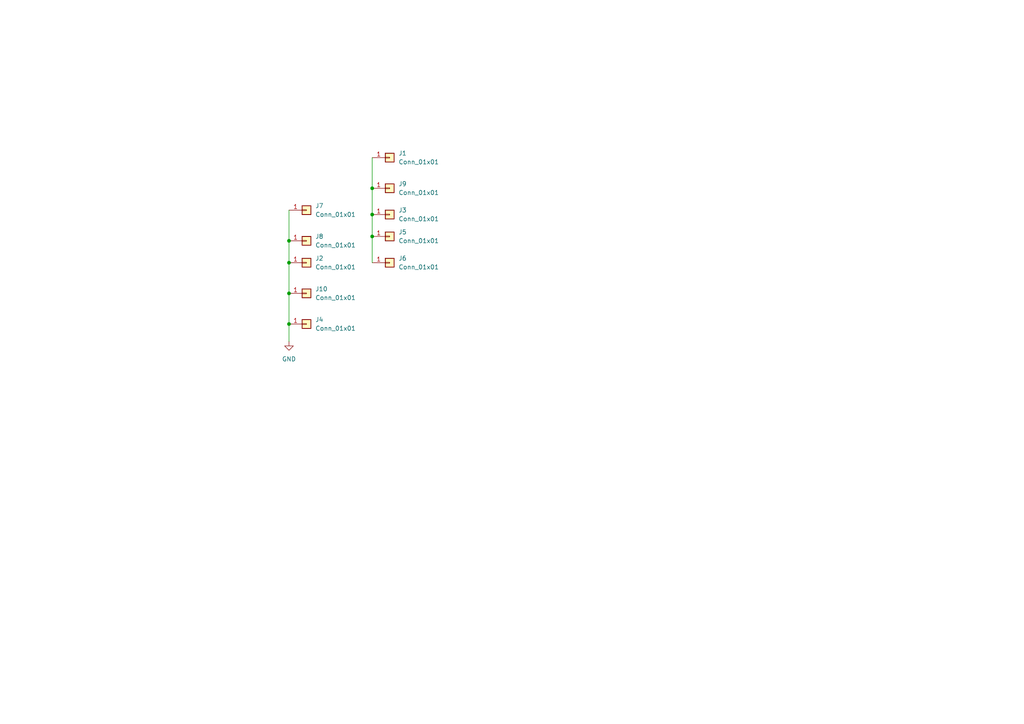
<source format=kicad_sch>
(kicad_sch (version 20230121) (generator eeschema)
  (paper "A4")
  (lib_symbols
    (symbol "Connector_Generic:Conn_01x01" (pin_names (offset 1.016) hide)
      (property "Reference" "J" (at 0 2.54 0))
      (property "Value" "Conn_01x01" (at 0 -2.54 0))
      (symbol "Conn_01x01_1_1"
        (rectangle (start -1.27 0.127) (end 0 -0.127) (stroke (width 0.1524)))
        (rectangle (start -1.27 1.27) (end 1.27 -1.27) (stroke (width 0.254)) (fill (type background)))
        (pin passive line (at -5.08 0 0) (length 3.81) (name "Pin_1") (number "1"))
      )
    )
    (symbol "power:GND" (power) (pin_names (offset 0))
      (property "Value" "GND" (at 0 -3.81 0))
      (symbol "GND_0_1"
        (polyline (pts (xy 0 0) (xy 0 -1.27) (xy 1.27 -1.27) (xy 0 -2.54) (xy -1.27 -1.27) (xy 0 -1.27)))
      )
      (symbol "GND_1_1"
        (pin power_in line (at 0 0 270) (length 0) hide (name "GND") (number "1"))
      )
    )
  )
  (junction (at 107.95 54.61))
  (junction (at 83.82 76.2))
  (junction (at 107.95 62.23))
  (junction (at 83.82 85.09))
  (junction (at 83.82 93.98))
  (junction (at 107.95 68.58))
  (junction (at 83.82 69.85))
  (wire (pts (xy 83.82 85.09) (xy 83.82 93.98)))
  (wire (pts (xy 107.95 62.23) (xy 107.95 68.58)))
  (wire (pts (xy 107.95 54.61) (xy 107.95 62.23)))
  (wire (pts (xy 107.95 68.58) (xy 107.95 76.2)))
  (wire (pts (xy 83.82 69.85) (xy 83.82 76.2)))
  (wire (pts (xy 107.95 45.72) (xy 107.95 54.61)))
  (wire (pts (xy 83.82 60.96) (xy 83.82 69.85)))
  (wire (pts (xy 83.82 76.2) (xy 83.82 85.09)))
  (wire (pts (xy 83.82 93.98) (xy 83.82 99.06)))
  (symbol (lib_id "Connector_Generic:Conn_01x01") (at 113.03 76.2 0) (unit 1)
    (property "Reference" "J6" (at 115.57 74.93 0) (effects (justify left)))
    (property "Value" "Conn_01x01" (at 115.57 77.47 0) (effects (justify left)))
    (property "Footprint" "Connector_Pin:Pin_D1.0mm_L10.0mm" (effects hide))
  )
  (symbol (lib_id "Connector_Generic:Conn_01x01") (at 88.9 93.98 0) (unit 1)
    (property "Reference" "J4" (at 91.44 92.71 0) (effects (justify left)))
    (property "Value" "Conn_01x01" (at 91.44 95.25 0) (effects (justify left)))
    (property "Footprint" "Connector_Pin:Pin_D1.0mm_L10.0mm" (effects hide))
  )
  (symbol (lib_id "Connector_Generic:Conn_01x01") (at 88.9 85.09 0) (unit 1)
    (property "Reference" "J10" (at 91.44 83.82 0) (effects (justify left)))
    (property "Value" "Conn_01x01" (at 91.44 86.36 0) (effects (justify left)))
    (property "Footprint" "Connector_Pin:Pin_D1.0mm_L10.0mm" (effects hide))
  )
  (symbol (lib_id "Connector_Generic:Conn_01x01") (at 113.03 54.61 0) (unit 1)
    (property "Reference" "J9" (at 115.57 53.34 0) (effects (justify left)))
    (property "Value" "Conn_01x01" (at 115.57 55.88 0) (effects (justify left)))
    (property "Footprint" "Connector_Pin:Pin_D1.0mm_L10.0mm" (effects hide))
  )
  (symbol (lib_id "Connector_Generic:Conn_01x01") (at 113.03 45.72 0) (unit 1)
    (property "Reference" "J1" (at 115.57 44.45 0) (effects (justify left)))
    (property "Value" "Conn_01x01" (at 115.57 46.99 0) (effects (justify left)))
    (property "Footprint" "Connector_Pin:Pin_D1.0mm_L10.0mm" (effects hide))
  )
  (symbol (lib_id "Connector_Generic:Conn_01x01") (at 113.03 62.23 0) (unit 1)
    (property "Reference" "J3" (at 115.57 60.96 0) (effects (justify left)))
    (property "Value" "Conn_01x01" (at 115.57 63.5 0) (effects (justify left)))
    (property "Footprint" "Connector_Pin:Pin_D1.0mm_L10.0mm" (effects hide))
  )
  (symbol (lib_id "Connector_Generic:Conn_01x01") (at 88.9 76.2 0) (unit 1)
    (property "Reference" "J2" (at 91.44 74.93 0) (effects (justify left)))
    (property "Value" "Conn_01x01" (at 91.44 77.47 0) (effects (justify left)))
    (property "Footprint" "Connector_Pin:Pin_D1.0mm_L10.0mm" (effects hide))
  )
  (symbol (lib_id "Connector_Generic:Conn_01x01") (at 88.9 69.85 0) (unit 1)
    (property "Reference" "J8" (at 91.44 68.58 0) (effects (justify left)))
    (property "Value" "Conn_01x01" (at 91.44 71.12 0) (effects (justify left)))
    (property "Footprint" "Connector_Pin:Pin_D1.0mm_L10.0mm" (effects hide))
  )
  (symbol (lib_id "power:GND") (at 83.82 99.06 0) (unit 1)
    (property "Reference" "#PWR01" (effects hide))
    (property "Value" "GND" (at 83.82 104.14 0))
  )
  (symbol (lib_id "Connector_Generic:Conn_01x01") (at 88.9 60.96 0) (unit 1)
    (property "Reference" "J7" (at 91.44 59.69 0) (effects (justify left)))
    (property "Value" "Conn_01x01" (at 91.44 62.23 0) (effects (justify left)))
    (property "Footprint" "Connector_Pin:Pin_D1.0mm_L10.0mm" (effects hide))
  )
  (symbol (lib_id "Connector_Generic:Conn_01x01") (at 113.03 68.58 0) (unit 1)
    (property "Reference" "J5" (at 115.57 67.31 0) (effects (justify left)))
    (property "Value" "Conn_01x01" (at 115.57 69.85 0) (effects (justify left)))
    (property "Footprint" "Connector_Pin:Pin_D1.0mm_L10.0mm" (effects hide))
  )
)
</source>
